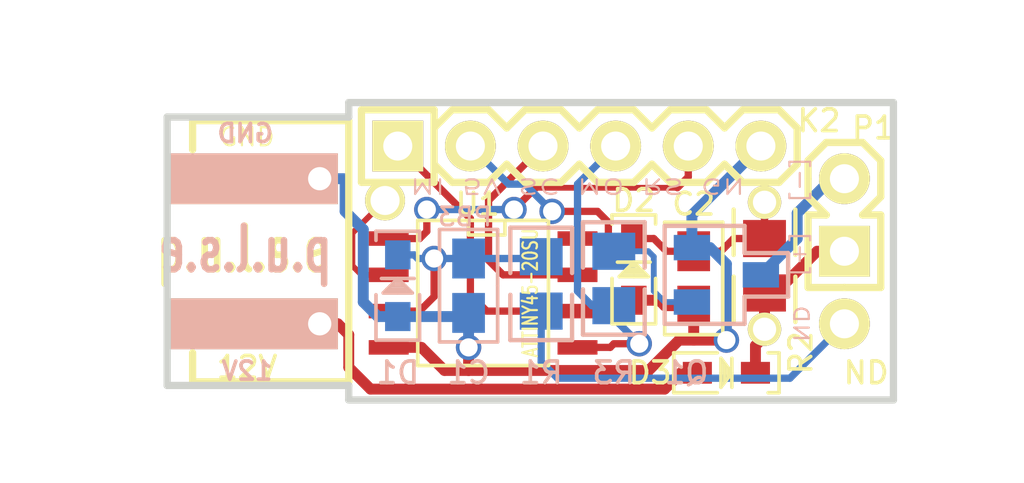
<source format=kicad_pcb>
(kicad_pcb (version 4) (host pcbnew 0.201511011201+6288~30~ubuntu15.10.1-product)

  (general
    (links 28)
    (no_connects 0)
    (area 20.583072 22.0091 56.124929 39.370001)
    (thickness 1.6002)
    (drawings 20)
    (tracks 114)
    (zones 0)
    (modules 16)
    (nets 14)
  )

  (page A4)
  (title_block
    (date "15 jan 2013")
  )

  (layers
    (0 Front signal)
    (31 Back signal)
    (32 B.Adhes user)
    (33 F.Adhes user)
    (34 B.Paste user)
    (35 F.Paste user)
    (36 B.SilkS user)
    (37 F.SilkS user)
    (38 B.Mask user)
    (39 F.Mask user)
    (40 Dwgs.User user)
    (41 Cmts.User user)
    (42 Eco1.User user)
    (43 Eco2.User user)
    (44 Edge.Cuts user)
  )

  (setup
    (last_trace_width 0.2032)
    (user_trace_width 0.2032)
    (user_trace_width 0.254)
    (user_trace_width 0.381)
    (trace_clearance 0.254)
    (zone_clearance 0.508)
    (zone_45_only no)
    (trace_min 0.2032)
    (segment_width 0.254)
    (edge_width 0.254)
    (via_size 0.889)
    (via_drill 0.635)
    (via_min_size 0.889)
    (via_min_drill 0.508)
    (uvia_size 0.508)
    (uvia_drill 0.127)
    (uvias_allowed no)
    (uvia_min_size 0.508)
    (uvia_min_drill 0.127)
    (pcb_text_width 0.127)
    (pcb_text_size 0.762 0.762)
    (mod_edge_width 0.127)
    (mod_text_size 0.762 0.762)
    (mod_text_width 0.127)
    (pad_size 1.1684 1.1684)
    (pad_drill 0.8128)
    (pad_to_mask_clearance 0.254)
    (aux_axis_origin 0 0)
    (visible_elements FFFFFF7F)
    (pcbplotparams
      (layerselection 0x00130_80000001)
      (usegerberextensions false)
      (excludeedgelayer false)
      (linewidth 0.150000)
      (plotframeref false)
      (viasonmask false)
      (mode 1)
      (useauxorigin false)
      (hpglpennumber 1)
      (hpglpenspeed 20)
      (hpglpendiameter 15)
      (hpglpenoverlay 0)
      (psnegative false)
      (psa4output false)
      (plotreference true)
      (plotvalue true)
      (plotinvisibletext false)
      (padsonsilk false)
      (subtractmaskfromsilk false)
      (outputformat 4)
      (mirror false)
      (drillshape 2)
      (scaleselection 1)
      (outputdirectory ""))
  )

  (net 0 "")
  (net 1 /12V)
  (net 2 /5V)
  (net 3 /ADC3)
  (net 4 /LED_LAMP)
  (net 5 /MISO)
  (net 6 /MOSI_OUT)
  (net 7 /ND_IN)
  (net 8 /RST)
  (net 9 /SCK)
  (net 10 /~NEUTRAL_DETECT)
  (net 11 GND)
  (net 12 N-000006)
  (net 13 N-000011)

  (net_class Default "This is the default net class."
    (clearance 0.254)
    (trace_width 0.2032)
    (via_dia 0.889)
    (via_drill 0.635)
    (uvia_dia 0.508)
    (uvia_drill 0.127)
    (add_net /ADC3)
    (add_net N-000006)
    (add_net N-000011)
  )

  (net_class 10mil ""
    (clearance 0.254)
    (trace_width 0.254)
    (via_dia 0.889)
    (via_drill 0.635)
    (uvia_dia 0.508)
    (uvia_drill 0.127)
    (add_net /5V)
    (add_net /MISO)
    (add_net /MOSI_OUT)
    (add_net /ND_IN)
    (add_net /RST)
    (add_net /SCK)
    (add_net /~NEUTRAL_DETECT)
  )

  (net_class 15mil ""
    (clearance 0.254)
    (trace_width 0.381)
    (via_dia 0.889)
    (via_drill 0.635)
    (uvia_dia 0.508)
    (uvia_drill 0.127)
    (add_net /12V)
    (add_net /LED_LAMP)
    (add_net GND)
  )

  (module SOD323F (layer Front) (tedit 50F5195E) (tstamp 4FE0835A)
    (at 41.7195 31.242 90)
    (descr "SMT LED, 0805")
    (path /4FC7194F)
    (attr smd)
    (fp_text reference D2 (at 2.413 0 180) (layer F.SilkS)
      (effects (font (size 0.762 0.762) (thickness 0.127)))
    )
    (fp_text value Z5V1 (at 0 0 90) (layer F.SilkS) hide
      (effects (font (size 0.508 0.381) (thickness 0.0762)))
    )
    (fp_line (start 0.254 -0.5715) (end 0.254 0.5715) (layer F.SilkS) (width 0.127))
    (fp_line (start 0.127 0.0635) (end 0.127 -0.127) (layer F.SilkS) (width 0.127))
    (fp_line (start 0 0.254) (end 0 -0.254) (layer F.SilkS) (width 0.127))
    (fp_line (start -0.127 0.381) (end -0.127 -0.381) (layer F.SilkS) (width 0.127))
    (fp_line (start -0.254 0) (end -0.254 -0.508) (layer F.SilkS) (width 0.127))
    (fp_line (start -0.254 -0.508) (end 0.254 0) (layer F.SilkS) (width 0.127))
    (fp_line (start 0.254 0) (end -0.254 0.508) (layer F.SilkS) (width 0.127))
    (fp_line (start -0.254 0.508) (end -0.254 0) (layer F.SilkS) (width 0.127))
    (fp_line (start 1.5875 0.762) (end 1.905 0.762) (layer F.SilkS) (width 0.127))
    (fp_line (start 1.905 0.762) (end 1.905 -0.762) (layer F.SilkS) (width 0.127))
    (fp_line (start 1.905 -0.762) (end 1.5875 -0.762) (layer F.SilkS) (width 0.127))
    (fp_line (start -0.3175 -0.762) (end -1.905 -0.762) (layer F.SilkS) (width 0.127))
    (fp_line (start -1.905 -0.762) (end -1.905 0.762) (layer F.SilkS) (width 0.127))
    (fp_line (start -1.905 0.762) (end -0.3175 0.762) (layer F.SilkS) (width 0.127))
    (pad 2 smd rect (at 1.0795 0 90) (size 1.016 0.889) (layers Front F.Paste F.Mask)
      (net 2 /5V))
    (pad 1 smd rect (at -1.0795 0 90) (size 1.016 0.889) (layers Front F.Paste F.Mask)
      (net 11 GND))
    (model pulse_Libs/pulse_3D/do214aa.wrl
      (at (xyz 0 0 0))
      (scale (xyz 0.5 0.5 0.5))
      (rotate (xyz 0 0 0))
    )
  )

  (module SOD323F (layer Back) (tedit 50F51A17) (tstamp 4FE08358)
    (at 33.4645 31.8135 90)
    (descr "SMT LED, 0805")
    (path /4FC71943)
    (attr smd)
    (fp_text reference D1 (at -3.048 0 360) (layer B.SilkS)
      (effects (font (size 0.762 0.762) (thickness 0.127)) (justify mirror))
    )
    (fp_text value Z5V1 (at 0 0 90) (layer B.SilkS) hide
      (effects (font (size 0.762 0.762) (thickness 0.127)) (justify mirror))
    )
    (fp_line (start 0.254 0.5715) (end 0.254 -0.5715) (layer B.SilkS) (width 0.127))
    (fp_line (start 0.127 -0.0635) (end 0.127 0.127) (layer B.SilkS) (width 0.127))
    (fp_line (start 0 -0.254) (end 0 0.254) (layer B.SilkS) (width 0.127))
    (fp_line (start -0.127 -0.381) (end -0.127 0.381) (layer B.SilkS) (width 0.127))
    (fp_line (start -0.254 0) (end -0.254 0.508) (layer B.SilkS) (width 0.127))
    (fp_line (start -0.254 0.508) (end 0.254 0) (layer B.SilkS) (width 0.127))
    (fp_line (start 0.254 0) (end -0.254 -0.508) (layer B.SilkS) (width 0.127))
    (fp_line (start -0.254 -0.508) (end -0.254 0) (layer B.SilkS) (width 0.127))
    (fp_line (start 1.5875 -0.762) (end 1.905 -0.762) (layer B.SilkS) (width 0.127))
    (fp_line (start 1.905 -0.762) (end 1.905 0.762) (layer B.SilkS) (width 0.127))
    (fp_line (start 1.905 0.762) (end 1.5875 0.762) (layer B.SilkS) (width 0.127))
    (fp_line (start -0.3175 0.762) (end -1.905 0.762) (layer B.SilkS) (width 0.127))
    (fp_line (start -1.905 0.762) (end -1.905 -0.762) (layer B.SilkS) (width 0.127))
    (fp_line (start -1.905 -0.762) (end -0.3175 -0.762) (layer B.SilkS) (width 0.127))
    (pad 2 smd rect (at 1.0795 0 90) (size 1.016 0.889) (layers Back B.Paste B.Mask)
      (net 7 /ND_IN))
    (pad 1 smd rect (at -1.0795 0 90) (size 1.016 0.889) (layers Back B.Paste B.Mask)
      (net 11 GND))
    (model pulse_Libs/pulse_3D/do214aa.wrl
      (at (xyz 0 0 0))
      (scale (xyz 0.5 0.5 0.5))
      (rotate (xyz 0 0 0))
    )
  )

  (module SOT23-3 (layer Back) (tedit 50F51A1F) (tstamp 4FE0834E)
    (at 44.958 31.4325 90)
    (descr SOT23-5)
    (path /4FE071E3)
    (attr smd)
    (fp_text reference Q1 (at -3.429 -1.397 180) (layer B.SilkS)
      (effects (font (size 0.762 0.762) (thickness 0.127)) (justify mirror))
    )
    (fp_text value 2N7000 (at 0 0.127 90) (layer B.SilkS) hide
      (effects (font (size 0.762 0.762) (thickness 0.127)) (justify mirror))
    )
    (fp_line (start -0.762 0.635) (end -1.7145 0.635) (layer B.SilkS) (width 0.1524))
    (fp_line (start -1.7145 0.635) (end -1.7145 -2.159) (layer B.SilkS) (width 0.1524))
    (fp_line (start -1.7145 -2.159) (end 1.651 -2.159) (layer B.SilkS) (width 0.1524))
    (fp_line (start 1.651 -2.159) (end 1.7145 -2.159) (layer B.SilkS) (width 0.1524))
    (fp_line (start 1.7145 -2.159) (end 1.7145 0.635) (layer B.SilkS) (width 0.1524))
    (fp_line (start 1.7145 0.635) (end 0.762 0.635) (layer B.SilkS) (width 0.1524))
    (fp_line (start 0.762 0.635) (end 0.762 2.159) (layer B.SilkS) (width 0.1524))
    (fp_line (start 0.762 2.159) (end 0 2.159) (layer B.SilkS) (width 0.1524))
    (fp_line (start 0 2.159) (end -0.762 2.159) (layer B.SilkS) (width 0.1524))
    (fp_line (start -0.762 2.159) (end -0.762 0.635) (layer B.SilkS) (width 0.1524))
    (pad G smd rect (at -0.9525 -1.2065 90) (size 0.889 1.27) (layers Back B.Paste B.Mask)
      (net 12 N-000006))
    (pad D smd rect (at 0 1.2065 90) (size 0.889 1.27) (layers Back B.Paste B.Mask)
      (net 4 /LED_LAMP))
    (pad S smd rect (at 0.9525 -1.2065 90) (size 0.889 1.27) (layers Back B.Paste B.Mask)
      (net 11 GND))
    (model pulse_Libs/pulse_3D/SOT23_3.wrl
      (at (xyz 0 0 0))
      (scale (xyz 0.4 0.4 0.4))
      (rotate (xyz 0 0 180))
    )
  )

  (module r_0805 (layer Back) (tedit 50F51A11) (tstamp 4FE08350)
    (at 38.481 31.75 90)
    (descr "SMT resistor, 0805")
    (path /4C1741EB)
    (attr smd)
    (fp_text reference R1 (at -3.1115 0 180) (layer B.SilkS)
      (effects (font (size 0.762 0.762) (thickness 0.127)) (justify mirror))
    )
    (fp_text value 4K7 (at 0 0 90) (layer B.SilkS) hide
      (effects (font (size 0.762 0.762) (thickness 0.127)) (justify mirror))
    )
    (fp_line (start 0.381 -1.0795) (end 1.9685 -1.0795) (layer B.SilkS) (width 0.1524))
    (fp_line (start 1.9685 -1.0795) (end 1.9685 1.0795) (layer B.SilkS) (width 0.1524))
    (fp_line (start 1.9685 1.0795) (end 0.381 1.0795) (layer B.SilkS) (width 0.1524))
    (fp_line (start -0.381 1.0795) (end -1.905 1.0795) (layer B.SilkS) (width 0.1524))
    (fp_line (start -1.905 1.0795) (end -1.9685 1.0795) (layer B.SilkS) (width 0.1524))
    (fp_line (start -1.9685 1.0795) (end -1.9685 -1.0795) (layer B.SilkS) (width 0.1524))
    (fp_line (start -1.9685 -1.0795) (end -0.381 -1.0795) (layer B.SilkS) (width 0.1524))
    (pad 1 smd rect (at 0.9525 0 90) (size 1.30048 1.4986) (layers Back B.Paste B.Mask)
      (net 7 /ND_IN))
    (pad 2 smd rect (at -0.9525 0 90) (size 1.30048 1.4986) (layers Back B.Paste B.Mask)
      (net 10 /~NEUTRAL_DETECT))
    (model pulse_Libs/pulse_3D/r_0805.wrl
      (at (xyz 0 0 0))
      (scale (xyz 1 1 1))
      (rotate (xyz 0 0 0))
    )
  )

  (module r_0805 (layer Back) (tedit 50F51A1B) (tstamp 4FE08354)
    (at 41.021 31.5595 270)
    (descr "SMT resistor, 0805")
    (path /4FC7167F)
    (attr smd)
    (fp_text reference R3 (at 3.302 0 360) (layer B.SilkS)
      (effects (font (size 0.762 0.762) (thickness 0.127)) (justify mirror))
    )
    (fp_text value 2k2 (at 0 0 270) (layer B.SilkS) hide
      (effects (font (size 0.762 0.762) (thickness 0.127)) (justify mirror))
    )
    (fp_line (start 0.381 -1.0795) (end 1.9685 -1.0795) (layer B.SilkS) (width 0.1524))
    (fp_line (start 1.9685 -1.0795) (end 1.9685 1.0795) (layer B.SilkS) (width 0.1524))
    (fp_line (start 1.9685 1.0795) (end 0.381 1.0795) (layer B.SilkS) (width 0.1524))
    (fp_line (start -0.381 1.0795) (end -1.905 1.0795) (layer B.SilkS) (width 0.1524))
    (fp_line (start -1.905 1.0795) (end -1.9685 1.0795) (layer B.SilkS) (width 0.1524))
    (fp_line (start -1.9685 1.0795) (end -1.9685 -1.0795) (layer B.SilkS) (width 0.1524))
    (fp_line (start -1.9685 -1.0795) (end -0.381 -1.0795) (layer B.SilkS) (width 0.1524))
    (pad 1 smd rect (at 0.9525 0 270) (size 1.30048 1.4986) (layers Back B.Paste B.Mask)
      (net 6 /MOSI_OUT))
    (pad 2 smd rect (at -0.9525 0 270) (size 1.30048 1.4986) (layers Back B.Paste B.Mask)
      (net 12 N-000006))
    (model pulse_Libs/pulse_3D/r_0805.wrl
      (at (xyz 0 0 0))
      (scale (xyz 1 1 1))
      (rotate (xyz 0 0 0))
    )
  )

  (module c_0805 (layer Back) (tedit 50F51A14) (tstamp 4FE0835B)
    (at 35.941 31.8135 90)
    (descr "SMT capacitor, 0805")
    (path /4FC89147)
    (attr smd)
    (fp_text reference C1 (at -3.048 0 180) (layer B.SilkS)
      (effects (font (size 0.762 0.762) (thickness 0.127)) (justify mirror))
    )
    (fp_text value 10n (at 0 0 90) (layer B.SilkS) hide
      (effects (font (size 0.762 0.762) (thickness 0.127)) (justify mirror))
    )
    (fp_line (start 0 1.016) (end -1.9685 1.016) (layer B.SilkS) (width 0.127))
    (fp_line (start -1.9685 1.016) (end -1.9685 -1.016) (layer B.SilkS) (width 0.127))
    (fp_line (start -1.9685 -1.016) (end 1.9685 -1.016) (layer B.SilkS) (width 0.127))
    (fp_line (start 1.9685 -1.016) (end 1.9685 1.016) (layer B.SilkS) (width 0.127))
    (fp_line (start 1.9685 1.016) (end 0 1.016) (layer B.SilkS) (width 0.127))
    (pad 1 smd rect (at 0.9525 0 90) (size 1.397 1.143) (layers Back B.Paste B.Mask)
      (net 7 /ND_IN))
    (pad 2 smd rect (at -0.9525 0 90) (size 1.397 1.143) (layers Back B.Paste B.Mask)
      (net 11 GND))
    (model pulse_Libs/pulse_3D/c_0805.wrl
      (at (xyz 0 0 0))
      (scale (xyz 1 1 1))
      (rotate (xyz 0 0 0))
    )
  )

  (module c_0805 (layer Front) (tedit 50F519B7) (tstamp 4FE0835D)
    (at 43.815 31.5595 90)
    (descr "SMT capacitor, 0805")
    (path /4FC8914C)
    (attr smd)
    (fp_text reference C2 (at 2.6035 0 180) (layer F.SilkS)
      (effects (font (size 0.762 0.762) (thickness 0.127)))
    )
    (fp_text value 100n (at 0 0 90) (layer F.SilkS) hide
      (effects (font (size 0.508 0.381) (thickness 0.0762)))
    )
    (fp_line (start 0 -1.016) (end -1.9685 -1.016) (layer F.SilkS) (width 0.127))
    (fp_line (start -1.9685 -1.016) (end -1.9685 1.016) (layer F.SilkS) (width 0.127))
    (fp_line (start -1.9685 1.016) (end 1.9685 1.016) (layer F.SilkS) (width 0.127))
    (fp_line (start 1.9685 1.016) (end 1.9685 -1.016) (layer F.SilkS) (width 0.127))
    (fp_line (start 1.9685 -1.016) (end 0 -1.016) (layer F.SilkS) (width 0.127))
    (pad 1 smd rect (at 0.9525 0 90) (size 1.397 1.143) (layers Front F.Paste F.Mask)
      (net 2 /5V))
    (pad 2 smd rect (at -0.9525 0 90) (size 1.397 1.143) (layers Front F.Paste F.Mask)
      (net 11 GND))
    (model pulse_Libs/pulse_3D/c_0805.wrl
      (at (xyz 0 0 0))
      (scale (xyz 1 1 1))
      (rotate (xyz 0 0 0))
    )
  )

  (module Pad01 (layer Front) (tedit 50F51931) (tstamp 4FE1A5ED)
    (at 49.0855 33.147)
    (path /4FE1996B)
    (fp_text reference P3 (at 0 0) (layer F.SilkS) hide
      (effects (font (size 0.762 0.762) (thickness 0.127)))
    )
    (fp_text value ND (at 0.762 1.7145) (layer F.SilkS)
      (effects (font (size 0.762 0.762) (thickness 0.127)))
    )
    (pad 1 thru_hole circle (at 0 0) (size 1.778 1.778) (drill 1.016) (layers *.Cu *.Mask F.SilkS)
      (net 10 /~NEUTRAL_DETECT))
  )

  (module pin_strip_6b (layer Front) (tedit 4FE2FB98) (tstamp 4FE08356)
    (at 39.8145 26.924)
    (descr "Pin strip 8pin")
    (tags "CONN DEV")
    (path /4FC76A52)
    (attr smd)
    (fp_text reference K2 (at 8.382 -0.889) (layer F.SilkS)
      (effects (font (size 0.762 0.762) (thickness 0.127)))
    )
    (fp_text value ISP (at 0 2.0955) (layer F.SilkS) hide
      (effects (font (size 0.762 0.762) (thickness 0.127)))
    )
    (fp_line (start 7.62 -0.635) (end 7.62 0.635) (layer F.SilkS) (width 0.254))
    (fp_line (start -5.08 -0.635) (end -5.08 0.635) (layer F.SilkS) (width 0.254))
    (fp_line (start -5.08 -0.635) (end -4.445 -1.27) (layer F.SilkS) (width 0.254))
    (fp_line (start -4.445 -1.27) (end -3.175 -1.27) (layer F.SilkS) (width 0.254))
    (fp_line (start -3.175 -1.27) (end -2.54 -0.635) (layer F.SilkS) (width 0.254))
    (fp_line (start -2.54 -0.635) (end -1.905 -1.27) (layer F.SilkS) (width 0.254))
    (fp_line (start -1.905 -1.27) (end -0.635 -1.27) (layer F.SilkS) (width 0.254))
    (fp_line (start -0.635 -1.27) (end 0 -0.635) (layer F.SilkS) (width 0.254))
    (fp_line (start 0 -0.635) (end 0.635 -1.27) (layer F.SilkS) (width 0.254))
    (fp_line (start 0.635 -1.27) (end 1.905 -1.27) (layer F.SilkS) (width 0.254))
    (fp_line (start 1.905 -1.27) (end 2.54 -0.635) (layer F.SilkS) (width 0.254))
    (fp_line (start 2.54 -0.635) (end 3.175 -1.27) (layer F.SilkS) (width 0.254))
    (fp_line (start 3.175 -1.27) (end 4.445 -1.27) (layer F.SilkS) (width 0.254))
    (fp_line (start 4.445 -1.27) (end 5.08 -0.635) (layer F.SilkS) (width 0.254))
    (fp_line (start 5.08 -0.635) (end 5.715 -1.27) (layer F.SilkS) (width 0.254))
    (fp_line (start 5.715 -1.27) (end 6.985 -1.27) (layer F.SilkS) (width 0.254))
    (fp_line (start 6.985 -1.27) (end 7.62 -0.635) (layer F.SilkS) (width 0.254))
    (fp_line (start 7.62 0.635) (end 6.985 1.27) (layer F.SilkS) (width 0.254))
    (fp_line (start 6.985 1.27) (end 5.715 1.27) (layer F.SilkS) (width 0.254))
    (fp_line (start 5.715 1.27) (end 5.08 0.635) (layer F.SilkS) (width 0.254))
    (fp_line (start 5.08 0.635) (end 4.445 1.27) (layer F.SilkS) (width 0.254))
    (fp_line (start 4.445 1.27) (end 3.175 1.27) (layer F.SilkS) (width 0.254))
    (fp_line (start 3.175 1.27) (end 2.54 0.635) (layer F.SilkS) (width 0.254))
    (fp_line (start 2.54 0.635) (end 1.905 1.27) (layer F.SilkS) (width 0.254))
    (fp_line (start 1.905 1.27) (end 0.635 1.27) (layer F.SilkS) (width 0.254))
    (fp_line (start 0.635 1.27) (end 0 0.635) (layer F.SilkS) (width 0.254))
    (fp_line (start 0 0.635) (end -0.635 1.27) (layer F.SilkS) (width 0.254))
    (fp_line (start -0.635 1.27) (end -1.905 1.27) (layer F.SilkS) (width 0.254))
    (fp_line (start -1.905 1.27) (end -2.54 0.635) (layer F.SilkS) (width 0.254))
    (fp_line (start -2.54 0.635) (end -3.175 1.27) (layer F.SilkS) (width 0.254))
    (fp_line (start -3.175 1.27) (end -4.445 1.27) (layer F.SilkS) (width 0.254))
    (fp_line (start -4.445 1.27) (end -5.08 0.635) (layer F.SilkS) (width 0.254))
    (fp_line (start -5.08 0.635) (end -5.08 1.27) (layer F.SilkS) (width 0.254))
    (fp_line (start -5.08 1.27) (end -7.62 1.27) (layer F.SilkS) (width 0.254))
    (fp_line (start -7.62 1.27) (end -7.62 -1.2065) (layer F.SilkS) (width 0.254))
    (fp_line (start -7.62 -1.2065) (end -7.62 -1.27) (layer F.SilkS) (width 0.254))
    (fp_line (start -7.62 -1.27) (end -5.08 -1.27) (layer F.SilkS) (width 0.254))
    (fp_line (start -5.08 -1.27) (end -5.08 -0.635) (layer F.SilkS) (width 0.254))
    (pad 1 thru_hole rect (at -6.35 0) (size 1.778 1.778) (drill 1.016) (layers *.Cu *.Mask F.SilkS)
      (net 5 /MISO))
    (pad 2 thru_hole circle (at -3.81 0) (size 1.778 1.778) (drill 1.016) (layers *.Cu *.Mask F.SilkS)
      (net 2 /5V))
    (pad 3 thru_hole circle (at -1.27 0) (size 1.778 1.778) (drill 1.016) (layers *.Cu *.Mask F.SilkS)
      (net 9 /SCK))
    (pad 4 thru_hole circle (at 1.27 0) (size 1.778 1.778) (drill 1.016) (layers *.Cu *.Mask F.SilkS)
      (net 6 /MOSI_OUT))
    (pad 5 thru_hole circle (at 3.81 0) (size 1.778 1.778) (drill 1.016) (layers *.Cu *.Mask F.SilkS)
      (net 8 /RST))
    (pad 6 thru_hole circle (at 6.35 0) (size 1.778 1.778) (drill 1.016) (layers *.Cu *.Mask F.SilkS)
      (net 11 GND))
    (model pulse_Libs/pulse_3D/pins_array_6x1.wrl
      (at (xyz 0 0 0))
      (scale (xyz 1 1 1))
      (rotate (xyz 0 0 0))
    )
  )

  (module pin_strip_2 (layer Front) (tedit 50F519DC) (tstamp 4FE1A5EA)
    (at 49.0855 29.337 90)
    (descr "Pin strip 2pin")
    (tags "CONN DEV")
    (path /4FE198D2)
    (attr smd)
    (fp_text reference P1 (at 3.048 1.016 180) (layer F.SilkS)
      (effects (font (size 0.762 0.762) (thickness 0.127)))
    )
    (fp_text value LAMP (at 0 0 90) (layer F.SilkS) hide
      (effects (font (size 0.762 0.762) (thickness 0.127)))
    )
    (fp_line (start -2.54 0) (end -2.54 -1.27) (layer F.SilkS) (width 0.254))
    (fp_line (start -2.54 -1.27) (end 0 -1.27) (layer F.SilkS) (width 0.254))
    (fp_line (start 0 -1.27) (end 0 -0.635) (layer F.SilkS) (width 0.254))
    (fp_line (start 0 -0.635) (end 0.635 -1.27) (layer F.SilkS) (width 0.254))
    (fp_line (start 0.635 -1.27) (end 1.27 -1.27) (layer F.SilkS) (width 0.254))
    (fp_line (start 1.27 -1.27) (end 1.905 -1.27) (layer F.SilkS) (width 0.254))
    (fp_line (start 1.905 -1.27) (end 2.54 -0.635) (layer F.SilkS) (width 0.254))
    (fp_line (start 2.54 -0.635) (end 2.54 0.635) (layer F.SilkS) (width 0.254))
    (fp_line (start 2.54 0.635) (end 1.905 1.27) (layer F.SilkS) (width 0.254))
    (fp_line (start 1.905 1.27) (end 0.635 1.27) (layer F.SilkS) (width 0.254))
    (fp_line (start 0.635 1.27) (end 0 0.635) (layer F.SilkS) (width 0.254))
    (fp_line (start 0 0.635) (end 0 1.27) (layer F.SilkS) (width 0.254))
    (fp_line (start 0 1.27) (end -2.54 1.27) (layer F.SilkS) (width 0.254))
    (fp_line (start -2.54 1.27) (end -2.54 0) (layer F.SilkS) (width 0.254))
    (pad 1 thru_hole rect (at -1.27 0 90) (size 1.778 1.778) (drill 1.016) (layers *.Cu *.Mask F.SilkS)
      (net 1 /12V))
    (pad 2 thru_hole circle (at 1.27 0 90) (size 1.778 1.778) (drill 1.016) (layers *.Cu *.Mask F.SilkS)
      (net 4 /LED_LAMP))
    (model pulse_Libs/pulse_3D/pin_strip_2.wrl
      (at (xyz 0 0 0))
      (scale (xyz 1 1 1))
      (rotate (xyz 0 0 0))
    )
  )

  (module SOD523F (layer Front) (tedit 50F51949) (tstamp 4FE1D050)
    (at 44.958 34.8615)
    (descr "SMT LED, 0805")
    (path /4FE1CC8B)
    (attr smd)
    (fp_text reference D3 (at -2.667 0) (layer F.SilkS)
      (effects (font (size 0.762 0.762) (thickness 0.127)))
    )
    (fp_text value 1N4448WT (at 0 0) (layer F.SilkS) hide
      (effects (font (size 0.508 0.381) (thickness 0.0762)))
    )
    (fp_line (start 0.1905 -0.508) (end 0.1905 0.508) (layer F.SilkS) (width 0.127))
    (fp_line (start 0.0635 -0.127) (end 0.0635 0.127) (layer F.SilkS) (width 0.127))
    (fp_line (start -0.0635 0.3175) (end -0.0635 -0.3175) (layer F.SilkS) (width 0.127))
    (fp_line (start -0.1905 0) (end -0.1905 -0.508) (layer F.SilkS) (width 0.127))
    (fp_line (start -0.1905 -0.508) (end 0.1905 0) (layer F.SilkS) (width 0.127))
    (fp_line (start 0.1905 0) (end -0.1905 0.508) (layer F.SilkS) (width 0.127))
    (fp_line (start -0.1905 0.508) (end -0.1905 0) (layer F.SilkS) (width 0.127))
    (fp_line (start 1.4605 -0.6985) (end 1.8415 -0.6985) (layer F.SilkS) (width 0.127))
    (fp_line (start 1.8415 -0.6985) (end 1.8415 0.6985) (layer F.SilkS) (width 0.127))
    (fp_line (start 1.8415 0.6985) (end 1.4605 0.6985) (layer F.SilkS) (width 0.127))
    (fp_line (start -1.8415 -0.6985) (end -0.3175 -0.6985) (layer F.SilkS) (width 0.127))
    (fp_line (start -1.8415 -0.6985) (end -1.8415 0.6985) (layer F.SilkS) (width 0.127))
    (fp_line (start -1.8415 0.6985) (end -0.3175 0.6985) (layer F.SilkS) (width 0.127))
    (pad 2 smd rect (at 1.016 0) (size 1.016 0.762) (layers Front F.Paste F.Mask)
      (net 1 /12V))
    (pad 1 smd rect (at -1.016 0) (size 1.016 0.762) (layers Front F.Paste F.Mask)
      (net 13 N-000011))
    (model pulse_Libs/pulse_3D/do214aa.wrl
      (at (xyz 0 0 0))
      (scale (xyz 0.5 0.5 0.5))
      (rotate (xyz 0 0 0))
    )
  )

  (module PCB (layer Front) (tedit 50F519A5) (tstamp 4FE08357)
    (at 41.275 30.607)
    (path /4EDA0FBA)
    (attr smd)
    (fp_text reference PCB1 (at -0.889 -0.5715) (layer F.SilkS) hide
      (effects (font (size 0.381 0.381) (thickness 0.0762)))
    )
    (fp_text value PCB (at -0.6985 0) (layer F.SilkS) hide
      (effects (font (size 0.381 0.381) (thickness 0.0762)))
    )
    (model pulse_Libs/pulse_3D/PCB_Material_3D.wrl
      (at (xyz 0 0 -0.03))
      (scale (xyz 0.118 0.6 0.045))
      (rotate (xyz 90 0 0))
    )
  )

  (module SO8N (layer Front) (tedit 50F518FC) (tstamp 4FE0834F)
    (at 36.449 32.0675 270)
    (descr "Module CMS SOJ 8 pins large")
    (tags "CMS SOJ")
    (path /4FE06AE0)
    (attr smd)
    (fp_text reference U1 (at -3.1115 0.1905 360) (layer F.SilkS)
      (effects (font (size 0.762 0.762) (thickness 0.127)))
    )
    (fp_text value ATTINY45-20SU (at 0 -1.651 270) (layer F.SilkS)
      (effects (font (size 0.508 0.381) (thickness 0.0762)))
    )
    (fp_line (start -2.54 -2.286) (end 2.54 -2.286) (layer F.SilkS) (width 0.127))
    (fp_line (start 2.54 -2.286) (end 2.54 2.286) (layer F.SilkS) (width 0.127))
    (fp_line (start 2.54 2.286) (end -2.54 2.286) (layer F.SilkS) (width 0.127))
    (fp_line (start -2.54 2.286) (end -2.54 -2.286) (layer F.SilkS) (width 0.127))
    (fp_line (start -2.54 -0.762) (end -2.032 -0.762) (layer F.SilkS) (width 0.127))
    (fp_line (start -2.032 -0.762) (end -2.032 0.508) (layer F.SilkS) (width 0.127))
    (fp_line (start -2.032 0.508) (end -2.54 0.508) (layer F.SilkS) (width 0.127))
    (pad 8 smd rect (at -1.905 -3.302 270) (size 0.508 1.397) (layers Front F.Paste F.Mask)
      (net 2 /5V))
    (pad 7 smd rect (at -0.635 -3.302 270) (size 0.508 1.397) (layers Front F.Paste F.Mask)
      (net 9 /SCK))
    (pad 6 smd rect (at 0.635 -3.302 270) (size 0.508 1.397) (layers Front F.Paste F.Mask)
      (net 5 /MISO))
    (pad 5 smd rect (at 1.905 -3.302 270) (size 0.508 1.397) (layers Front F.Paste F.Mask)
      (net 6 /MOSI_OUT))
    (pad 4 smd rect (at 1.905 3.302 270) (size 0.508 1.397) (layers Front F.Paste F.Mask)
      (net 11 GND))
    (pad 3 smd rect (at 0.635 3.302 270) (size 0.508 1.397) (layers Front F.Paste F.Mask)
      (net 7 /ND_IN))
    (pad 2 smd rect (at -0.635 3.302 270) (size 0.508 1.397) (layers Front F.Paste F.Mask)
      (net 3 /ADC3))
    (pad 1 smd rect (at -1.905 3.302 270) (size 0.508 1.397) (layers Front F.Paste F.Mask)
      (net 8 /RST))
    (model smd/cms_so8.wrl
      (at (xyz 0 0 0))
      (scale (xyz 0.5 0.38 0.5))
      (rotate (xyz 0 0 0))
    )
  )

  (module Pad01 (layer Front) (tedit 4FE30403) (tstamp 4FE3036A)
    (at 33.02 28.829)
    (path /4FE302FC)
    (fp_text reference PB3 (at 2.159 1.27) (layer F.SilkS) hide
      (effects (font (size 0.762 0.762) (thickness 0.1524)))
    )
    (fp_text value ND (at 0 1.27) (layer F.SilkS) hide
      (effects (font (size 1.016 1.016) (thickness 0.1524)))
    )
    (pad 1 thru_hole circle (at 0 0) (size 1.397 1.397) (drill 1.016) (layers *.Cu *.Mask F.SilkS)
      (net 3 /ADC3))
  )

  (module r_0805 (layer Front) (tedit 50F519CE) (tstamp 4FE08352)
    (at 46.2915 31.115 90)
    (descr "SMT resistor, 0805")
    (path /4FC71681)
    (attr smd)
    (fp_text reference R2 (at -3.048 1.27 90) (layer F.SilkS)
      (effects (font (size 0.762 0.762) (thickness 0.127)))
    )
    (fp_text value 470E (at 0 0 90) (layer F.SilkS) hide
      (effects (font (size 0.508 0.381) (thickness 0.0762)))
    )
    (fp_line (start 0.381 1.0795) (end 1.9685 1.0795) (layer F.SilkS) (width 0.1524))
    (fp_line (start 1.9685 -1.0795) (end 0.381 -1.0795) (layer F.SilkS) (width 0.1524))
    (fp_line (start -0.381 -1.0795) (end -1.905 -1.0795) (layer F.SilkS) (width 0.1524))
    (fp_line (start -1.905 -1.0795) (end -1.9685 -1.0795) (layer F.SilkS) (width 0.1524))
    (fp_line (start -1.9685 1.0795) (end -0.381 1.0795) (layer F.SilkS) (width 0.1524))
    (pad 1 smd rect (at 0.9525 0 90) (size 1.30048 1.4986) (layers Front F.Paste F.Mask)
      (net 2 /5V))
    (pad 2 smd rect (at -0.9525 0 90) (size 1.30048 1.4986) (layers Front F.Paste F.Mask)
      (net 1 /12V))
    (pad 2 thru_hole circle (at -2.2225 0 90) (size 1.1684 1.1684) (drill 0.8128) (layers *.Cu *.Mask F.SilkS)
      (net 1 /12V))
    (pad 1 thru_hole circle (at 2.2225 0 90) (size 1.1684 1.1684) (drill 0.8128) (layers *.Cu *.Mask F.SilkS)
      (net 2 /5V))
    (model pulse_Libs/pulse_3D/r_0805.wrl
      (at (xyz 0 0 0))
      (scale (xyz 1 1 1))
      (rotate (xyz 0 0 0))
    )
  )

  (module pulse_v1_fp:Header_12V (layer Front) (tedit 563A3D86) (tstamp 4FE1A5EC)
    (at 28.194 30.607 90)
    (descr "Pin strip 2pin")
    (tags "CONN DEV")
    (path /4FE19888)
    (attr smd)
    (fp_text reference P2 (at 4.064 1.8415 180) (layer F.SilkS) hide
      (effects (font (size 0.762 0.762) (thickness 0.127)))
    )
    (fp_text value 12V (at -4.064 0 180) (layer F.SilkS)
      (effects (font (size 0.762 0.762) (thickness 0.127)))
    )
    (fp_line (start 4.572 -1.905) (end 3.556 -1.905) (layer F.SilkS) (width 0.254))
    (fp_line (start -4.572 -1.905) (end -3.556 -1.905) (layer F.SilkS) (width 0.254))
    (fp_line (start 4.572 3.556) (end -4.572 3.556) (layer F.SilkS) (width 0.254))
    (fp_line (start 4.572 -1.905) (end 4.572 3.556) (layer F.SilkS) (width 0.254))
    (fp_line (start -4.572 -1.905) (end -4.572 3.556) (layer F.SilkS) (width 0.254))
    (pad 1 thru_hole rect (at -2.54 2.54 90) (size 1.778 5.842) (drill 0.8128 (offset 0 -2.286)) (layers *.Cu *.Paste *.SilkS *.Mask)
      (net 13 N-000011))
    (pad 2 thru_hole rect (at 2.54 2.54 90) (size 1.778 5.842) (drill 0.8128 (offset 0 -2.286)) (layers *.Cu *.Paste *.SilkS *.Mask)
      (net 11 GND))
    (model pulse_Libs/pulse_3D/socket_1x2.wrl
      (at (xyz 0 0 0))
      (scale (xyz 1 1 1))
      (rotate (xyz 0 0 90))
    )
  )

  (dimension 6.35 (width 0.127) (layer Dwgs.User)
    (gr_text "0.25 in" (at 28.575 22.733) (layer Dwgs.User)
      (effects (font (size 0.762 0.762) (thickness 0.127)))
    )
    (feature1 (pts (xy 25.4 24.384) (xy 25.4 22.098)))
    (feature2 (pts (xy 31.75 24.384) (xy 31.75 22.098)))
    (crossbar (pts (xy 31.75 23.368) (xy 25.4 23.368)))
    (arrow1a (pts (xy 25.4 23.368) (xy 26.526504 22.781579)))
    (arrow1b (pts (xy 25.4 23.368) (xy 26.526504 23.954421)))
    (arrow2a (pts (xy 31.75 23.368) (xy 30.623496 22.781579)))
    (arrow2b (pts (xy 31.75 23.368) (xy 30.623496 23.954421)))
  )
  (dimension 9.398 (width 0.127) (layer Dwgs.User)
    (gr_text "0.37 in" (at 22.733 30.607 270) (layer Dwgs.User)
      (effects (font (size 0.762 0.762) (thickness 0.127)))
    )
    (feature1 (pts (xy 24.384 35.306) (xy 22.098 35.306)))
    (feature2 (pts (xy 24.384 25.908) (xy 22.098 25.908)))
    (crossbar (pts (xy 23.368 25.908) (xy 23.368 35.306)))
    (arrow1a (pts (xy 23.368 35.306) (xy 22.781579 34.179496)))
    (arrow1b (pts (xy 23.368 35.306) (xy 23.954421 34.179496)))
    (arrow2a (pts (xy 23.368 25.908) (xy 22.781579 27.034504)))
    (arrow2b (pts (xy 23.368 25.908) (xy 23.954421 27.034504)))
  )
  (dimension 10.16 (width 0.127) (layer Dwgs.User)
    (gr_text "0.40 in" (at 53.975 30.48 270) (layer Dwgs.User)
      (effects (font (size 0.762 0.762) (thickness 0.127)))
    )
    (feature1 (pts (xy 52.07 35.56) (xy 54.61 35.56)))
    (feature2 (pts (xy 52.07 25.4) (xy 54.61 25.4)))
    (crossbar (pts (xy 53.34 25.4) (xy 53.34 35.56)))
    (arrow1a (pts (xy 53.34 35.56) (xy 52.753579 34.433496)))
    (arrow1b (pts (xy 53.34 35.56) (xy 53.926421 34.433496)))
    (arrow2a (pts (xy 53.34 25.4) (xy 52.753579 26.526504)))
    (arrow2b (pts (xy 53.34 25.4) (xy 53.926421 26.526504)))
  )
  (dimension 25.4 (width 0.127) (layer Dwgs.User)
    (gr_text "1.00 in" (at 38.1 38.735) (layer Dwgs.User)
      (effects (font (size 0.762 0.762) (thickness 0.127)))
    )
    (feature1 (pts (xy 25.4 36.83) (xy 25.4 39.37)))
    (feature2 (pts (xy 50.8 36.83) (xy 50.8 39.37)))
    (crossbar (pts (xy 50.8 38.1) (xy 25.4 38.1)))
    (arrow1a (pts (xy 25.4 38.1) (xy 26.526504 37.513579)))
    (arrow1b (pts (xy 25.4 38.1) (xy 26.526504 38.686421)))
    (arrow2a (pts (xy 50.8 38.1) (xy 49.673496 37.513579)))
    (arrow2b (pts (xy 50.8 38.1) (xy 49.673496 38.686421)))
  )
  (gr_text PB3 (at 35.814 29.4005) (layer B.SilkS)
    (effects (font (size 0.635 0.635) (thickness 0.1016)) (justify mirror))
  )
  (gr_text GND (at 28.1305 26.4795) (layer B.SilkS)
    (effects (font (size 0.635 0.635) (thickness 0.127)) (justify mirror))
  )
  (gr_text p.u.l.s.e (at 28.1305 30.5435) (layer B.SilkS)
    (effects (font (size 1.524 1.016) (thickness 0.2286)) (justify mirror))
  )
  (gr_text p.u.l.s.e (at 28.067 30.5435) (layer F.SilkS)
    (effects (font (size 1.524 1.016) (thickness 0.2286)))
  )
  (gr_text "ND  [+]  [-]" (at 47.5615 30.5435 270) (layer B.SilkS)
    (effects (font (size 0.508 0.635) (thickness 0.0762)) (justify mirror))
  )
  (gr_text 12V (at 28.194 34.798) (layer B.SilkS)
    (effects (font (size 0.635 0.635) (thickness 0.127)) (justify mirror))
  )
  (gr_text GND (at 28.194 26.6065) (layer F.SilkS)
    (effects (font (size 0.635 0.635) (thickness 0.0762)))
  )
  (gr_text "MI 5V SC MO RS GN" (at 39.751 28.321 180) (layer B.SilkS)
    (effects (font (size 0.508 0.762) (thickness 0.0762)) (justify mirror))
  )
  (gr_line (start 31.75 25.908) (end 31.75 25.4) (angle 90) (layer Edge.Cuts) (width 0.254))
  (gr_line (start 25.4 25.908) (end 31.75 25.908) (angle 90) (layer Edge.Cuts) (width 0.254))
  (gr_line (start 31.75 35.306) (end 31.75 35.814) (angle 90) (layer Edge.Cuts) (width 0.254))
  (gr_line (start 25.4 35.306) (end 31.75 35.306) (angle 90) (layer Edge.Cuts) (width 0.254))
  (gr_line (start 25.4 35.306) (end 25.4 25.908) (angle 90) (layer Edge.Cuts) (width 0.254))
  (gr_line (start 50.8 35.814) (end 31.75 35.814) (angle 90) (layer Edge.Cuts) (width 0.254))
  (gr_line (start 50.8 25.4) (end 50.8 35.814) (angle 90) (layer Edge.Cuts) (width 0.254))
  (gr_line (start 31.75 25.4) (end 50.8 25.4) (angle 90) (layer Edge.Cuts) (width 0.254))

  (segment (start 46.2915 33.5915) (end 45.974 33.909) (width 0.381) (layer Front) (net 1))
  (segment (start 45.974 33.909) (end 45.974 34.8615) (width 0.381) (layer Front) (net 1))
  (segment (start 48.133 30.607) (end 49.0855 30.607) (width 0.381) (layer Front) (net 1))
  (segment (start 46.6725 32.0675) (end 48.133 30.607) (width 0.381) (layer Front) (net 1))
  (segment (start 46.2915 32.0675) (end 46.6725 32.0675) (width 0.381) (layer Front) (net 1))
  (segment (start 46.2915 32.0675) (end 46.2915 33.3375) (width 0.381) (layer Front) (net 1))
  (segment (start 46.2915 32.0675) (end 46.2915 33.5915) (width 0.381) (layer Front) (net 1))
  (segment (start 40.4495 29.21) (end 38.862 29.21) (width 0.254) (layer Front) (net 2))
  (segment (start 41.7195 30.1625) (end 42.418 30.1625) (width 0.254) (layer Front) (net 2))
  (segment (start 40.8305 29.591) (end 40.4495 29.21) (width 0.254) (layer Front) (net 2))
  (segment (start 38.862 29.21) (end 37.9095 28.2575) (width 0.254) (layer Back) (net 2))
  (segment (start 37.9095 28.2575) (end 37.338 28.2575) (width 0.254) (layer Back) (net 2))
  (via (at 38.862 29.21) (size 0.889) (layers Front Back) (net 2))
  (segment (start 40.8305 30.1625) (end 41.7195 30.1625) (width 0.254) (layer Front) (net 2))
  (segment (start 37.338 28.2575) (end 36.0045 26.924) (width 0.254) (layer Back) (net 2))
  (segment (start 39.751 30.1625) (end 40.8305 30.1625) (width 0.254) (layer Front) (net 2))
  (segment (start 45.212 30.1625) (end 44.7675 30.607) (width 0.254) (layer Front) (net 2))
  (segment (start 44.7675 30.607) (end 43.815 30.607) (width 0.254) (layer Front) (net 2))
  (segment (start 46.2915 30.1625) (end 45.212 30.1625) (width 0.254) (layer Front) (net 2))
  (segment (start 46.2915 30.1625) (end 46.2915 28.8925) (width 0.254) (layer Front) (net 2))
  (segment (start 40.8305 30.1625) (end 40.8305 29.591) (width 0.254) (layer Front) (net 2))
  (segment (start 42.418 30.1625) (end 42.8625 30.607) (width 0.254) (layer Front) (net 2))
  (segment (start 42.8625 30.607) (end 43.815 30.607) (width 0.254) (layer Front) (net 2))
  (segment (start 32.1945 31.4325) (end 31.877 31.115) (width 0.2032) (layer Front) (net 3))
  (segment (start 31.877 31.115) (end 31.877 29.972) (width 0.2032) (layer Front) (net 3))
  (segment (start 31.877 29.972) (end 33.02 28.829) (width 0.2032) (layer Front) (net 3))
  (segment (start 33.147 31.4325) (end 32.1945 31.4325) (width 0.2032) (layer Front) (net 3))
  (segment (start 48.641 28.067) (end 47.4345 29.2735) (width 0.381) (layer Back) (net 4))
  (segment (start 47.4345 30.1625) (end 46.1645 31.4325) (width 0.381) (layer Back) (net 4))
  (segment (start 47.4345 29.2735) (end 47.4345 30.1625) (width 0.381) (layer Back) (net 4))
  (segment (start 49.0855 28.067) (end 48.641 28.067) (width 0.381) (layer Back) (net 4))
  (segment (start 36.0045 29.464) (end 36.0045 32.131) (width 0.254) (layer Front) (net 5))
  (segment (start 39.751 32.7025) (end 36.576 32.7025) (width 0.254) (layer Front) (net 5))
  (segment (start 36.0045 32.131) (end 36.576 32.7025) (width 0.254) (layer Front) (net 5))
  (segment (start 36.0045 29.464) (end 33.4645 26.924) (width 0.254) (layer Front) (net 5))
  (segment (start 39.751 32.004) (end 39.751 28.2575) (width 0.254) (layer Back) (net 6))
  (segment (start 41.021 33.8455) (end 40.894 33.9725) (width 0.254) (layer Front) (net 6))
  (segment (start 39.751 28.2575) (end 41.0845 26.924) (width 0.254) (layer Back) (net 6))
  (segment (start 41.021 32.512) (end 41.021 32.9565) (width 0.254) (layer Back) (net 6))
  (via (at 41.91 33.8455) (size 0.889) (layers Front Back) (net 6))
  (segment (start 40.259 32.512) (end 39.751 32.004) (width 0.254) (layer Back) (net 6))
  (segment (start 41.021 32.9565) (end 41.91 33.8455) (width 0.254) (layer Back) (net 6))
  (segment (start 41.91 33.8455) (end 41.021 33.8455) (width 0.254) (layer Front) (net 6))
  (segment (start 41.021 32.512) (end 40.259 32.512) (width 0.254) (layer Back) (net 6))
  (segment (start 40.894 33.9725) (end 39.751 33.9725) (width 0.254) (layer Front) (net 6))
  (segment (start 34.163 30.861) (end 34.036 30.734) (width 0.254) (layer Back) (net 7))
  (segment (start 34.7345 32.1945) (end 34.7345 30.861) (width 0.254) (layer Front) (net 7))
  (segment (start 38.4175 30.861) (end 38.481 30.7975) (width 0.254) (layer Back) (net 7))
  (segment (start 35.941 30.861) (end 38.4175 30.861) (width 0.254) (layer Back) (net 7))
  (segment (start 34.7345 30.861) (end 35.941 30.861) (width 0.254) (layer Back) (net 7))
  (segment (start 34.2265 32.7025) (end 34.7345 32.1945) (width 0.254) (layer Front) (net 7))
  (segment (start 34.036 30.734) (end 33.4645 30.734) (width 0.254) (layer Back) (net 7))
  (segment (start 34.7345 30.861) (end 34.163 30.861) (width 0.254) (layer Back) (net 7))
  (via (at 34.7345 30.861) (size 0.889) (layers Front Back) (net 7))
  (segment (start 33.147 32.7025) (end 34.2265 32.7025) (width 0.254) (layer Front) (net 7))
  (via (at 34.4805 29.1465) (size 0.889) (layers Front Back) (net 8))
  (segment (start 43.6245 28.0035) (end 43.2435 28.3845) (width 0.254) (layer Front) (net 8))
  (segment (start 34.4805 29.9085) (end 34.4805 29.1465) (width 0.254) (layer Front) (net 8))
  (segment (start 43.6245 28.0035) (end 43.6245 26.924) (width 0.254) (layer Front) (net 8))
  (via (at 37.5285 29.1465) (size 0.889) (layers Front Back) (net 8))
  (segment (start 43.2435 28.3845) (end 38.2905 28.3845) (width 0.2032) (layer Front) (net 8))
  (segment (start 33.147 30.1625) (end 34.2265 30.1625) (width 0.254) (layer Front) (net 8))
  (segment (start 37.5285 29.1465) (end 34.4805 29.1465) (width 0.254) (layer Back) (net 8))
  (segment (start 34.2265 30.1625) (end 34.4805 29.9085) (width 0.254) (layer Front) (net 8))
  (segment (start 38.2905 28.3845) (end 37.5285 29.1465) (width 0.254) (layer Front) (net 8))
  (segment (start 36.6395 28.829) (end 38.5445 26.924) (width 0.254) (layer Front) (net 9))
  (segment (start 36.6395 30.9245) (end 37.1475 31.4325) (width 0.254) (layer Front) (net 9))
  (segment (start 36.6395 28.829) (end 36.6395 30.9245) (width 0.254) (layer Front) (net 9))
  (segment (start 39.751 31.4325) (end 37.1475 31.4325) (width 0.254) (layer Front) (net 9))
  (segment (start 38.481 34.4805) (end 39.0525 35.052) (width 0.254) (layer Back) (net 10))
  (segment (start 39.0525 35.052) (end 47.1805 35.052) (width 0.254) (layer Back) (net 10))
  (segment (start 47.1805 35.052) (end 49.0855 33.147) (width 0.254) (layer Back) (net 10))
  (segment (start 38.481 32.7025) (end 38.481 34.4805) (width 0.254) (layer Back) (net 10))
  (segment (start 42.6085 32.3215) (end 41.7195 32.3215) (width 0.381) (layer Front) (net 11))
  (segment (start 43.815 32.512) (end 42.799 32.512) (width 0.381) (layer Front) (net 11))
  (segment (start 43.815 33.7185) (end 43.30192 33.7185) (width 0.381) (layer Front) (net 11))
  (segment (start 42.799 32.512) (end 42.6085 32.3215) (width 0.381) (layer Front) (net 11))
  (segment (start 35.09772 34.78022) (end 34.29 33.9725) (width 0.381) (layer Front) (net 11))
  (segment (start 35.09772 34.78022) (end 35.941 34.78022) (width 0.381) (layer Front) (net 11))
  (segment (start 31.623 28.1305) (end 31.623 29.21) (width 0.381) (layer Back) (net 11))
  (segment (start 30.734 28.067) (end 31.5595 28.067) (width 0.381) (layer Back) (net 11))
  (segment (start 32.258 32.385) (end 32.258 29.845) (width 0.381) (layer Back) (net 11))
  (segment (start 33.147 33.9725) (end 34.29 33.9725) (width 0.381) (layer Front) (net 11))
  (segment (start 32.766 32.893) (end 32.258 32.385) (width 0.381) (layer Back) (net 11))
  (segment (start 31.623 29.21) (end 32.258 29.845) (width 0.381) (layer Back) (net 11))
  (segment (start 32.766 32.893) (end 33.4645 32.893) (width 0.381) (layer Back) (net 11))
  (segment (start 44.958 33.7185) (end 44.958 31.0515) (width 0.381) (layer Back) (net 11))
  (segment (start 33.4645 32.893) (end 35.814 32.893) (width 0.381) (layer Back) (net 11))
  (segment (start 31.5595 28.067) (end 31.623 28.1305) (width 0.381) (layer Back) (net 11))
  (segment (start 44.958 33.7185) (end 43.815 33.7185) (width 0.381) (layer Front) (net 11))
  (segment (start 35.814 32.893) (end 35.941 32.766) (width 0.381) (layer Back) (net 11))
  (via (at 44.958 33.7185) (size 0.889) (layers Front Back) (net 11))
  (segment (start 44.3865 30.48) (end 44.958 31.0515) (width 0.381) (layer Back) (net 11))
  (segment (start 43.7515 29.337) (end 46.1645 26.924) (width 0.381) (layer Back) (net 11))
  (segment (start 42.2402 34.78022) (end 35.941 34.78022) (width 0.381) (layer Front) (net 11))
  (segment (start 35.941 32.766) (end 35.941 33.9725) (width 0.381) (layer Back) (net 11))
  (via (at 35.941 33.9725) (size 0.889) (layers Front Back) (net 11))
  (segment (start 43.815 32.512) (end 43.815 33.7185) (width 0.381) (layer Front) (net 11))
  (segment (start 43.7515 30.48) (end 43.7515 29.337) (width 0.381) (layer Back) (net 11))
  (segment (start 43.7515 30.48) (end 44.3865 30.48) (width 0.381) (layer Back) (net 11))
  (segment (start 35.941 33.9725) (end 35.941 34.78022) (width 0.381) (layer Front) (net 11))
  (segment (start 43.30192 33.7185) (end 42.2402 34.78022) (width 0.381) (layer Front) (net 11))
  (segment (start 42.799 32.385) (end 43.7515 32.385) (width 0.2032) (layer Back) (net 12))
  (segment (start 42.418 32.004) (end 42.799 32.385) (width 0.2032) (layer Back) (net 12))
  (segment (start 41.021 30.607) (end 42.2275 30.607) (width 0.2032) (layer Back) (net 12))
  (segment (start 42.418 30.7975) (end 42.418 32.004) (width 0.2032) (layer Back) (net 12))
  (segment (start 42.2275 30.607) (end 42.418 30.7975) (width 0.2032) (layer Back) (net 12))
  (segment (start 31.75 33.528) (end 31.369 33.147) (width 0.381) (layer Front) (net 13))
  (segment (start 31.369 33.147) (end 30.734 33.147) (width 0.381) (layer Front) (net 13))
  (segment (start 43.942 34.8615) (end 43.3705 34.8615) (width 0.381) (layer Front) (net 13))
  (segment (start 31.75 34.671) (end 32.512 35.433) (width 0.381) (layer Front) (net 13))
  (segment (start 42.799 35.433) (end 32.512 35.433) (width 0.381) (layer Front) (net 13))
  (segment (start 43.3705 34.8615) (end 42.799 35.433) (width 0.381) (layer Front) (net 13))
  (segment (start 31.75 34.671) (end 31.75 33.528) (width 0.381) (layer Front) (net 13))

)

</source>
